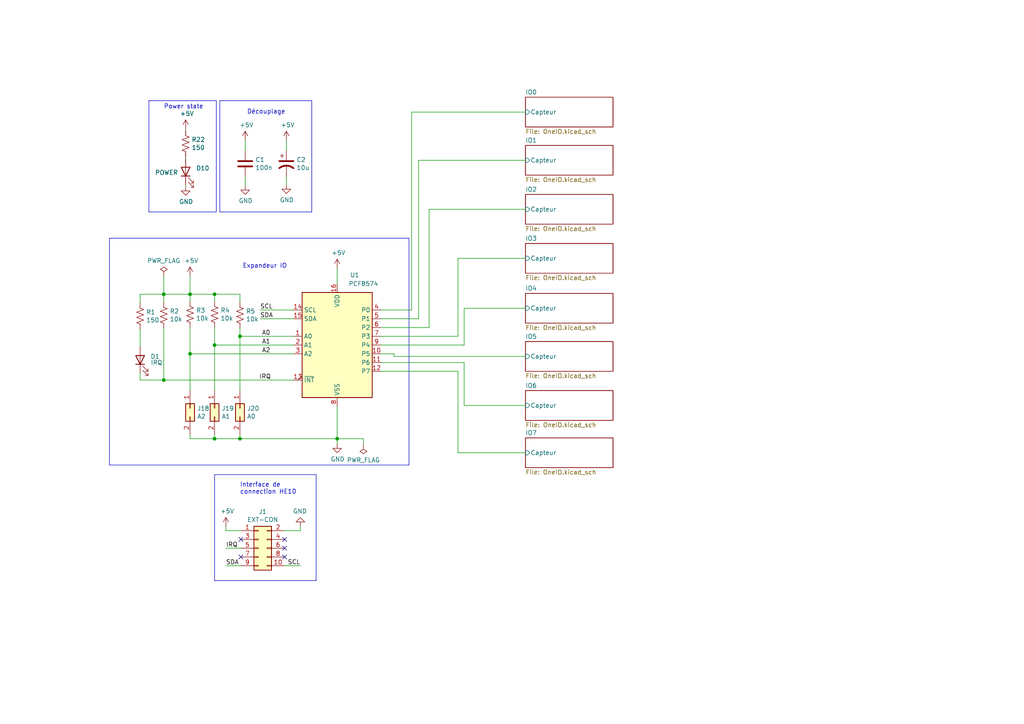
<source format=kicad_sch>
(kicad_sch (version 20230121) (generator eeschema)
  (paper "A4")
  (title_block (title "Carte capteurs numerique en I2C") (date "2020-11-16") (rev "2.0") (company "ARIG") (comment 1 "Autheur : Gregory DEPUILLE"))
  (lib_symbols
    (symbol "CapteursNumerique-rescue:CP1-Device" (pin_numbers hide) (pin_names (offset 0.254) hide)
      (property "Reference" "C" (at 0.635 2.54 0))
      (property "Value" "Device_CP1" (at 0.635 -2.54 0))
      (symbol "CP1-Device_0_1"
        (polyline (pts (xy -2.032 0.762) (xy 2.032 0.762)) (stroke (width 0.508)))
        (polyline (pts (xy -1.778 2.286) (xy -0.762 2.286)))
        (polyline (pts (xy -1.27 1.778) (xy -1.27 2.794)))
        (arc (start 2.032 -1.27) (mid 0 -0.5572) (end -2.032 -1.27) (stroke (width 0.508)))
      )
      (symbol "CP1-Device_1_1"
        (pin passive line (at 0 3.81 270) (length 2.794) (name "~") (number "1"))
        (pin passive line (at 0 -3.81 90) (length 3.302) (name "~") (number "2"))
      )
    )
    (symbol "Connector_Generic:Conn_02x01" (pin_names (offset 1.016) hide)
      (property "Reference" "J" (at 1.27 2.54 0))
      (property "Value" "Conn_02x01" (at 1.27 -2.54 0))
      (symbol "Conn_02x01_1_1"
        (rectangle (start -1.27 0.127) (end 0 -0.127) (stroke (width 0.1524)))
        (rectangle (start -1.27 1.27) (end 3.81 -1.27) (stroke (width 0.254)) (fill (type background)))
        (rectangle (start 3.81 0.127) (end 2.54 -0.127) (stroke (width 0.1524)))
        (pin passive line (at -5.08 0 0) (length 3.81) (name "Pin_1") (number "1"))
        (pin passive line (at 7.62 0 180) (length 3.81) (name "Pin_2") (number "2"))
      )
    )
    (symbol "Connector_Generic:Conn_02x05_Odd_Even" (pin_names (offset 1.016) hide)
      (property "Reference" "J" (at 1.27 7.62 0))
      (property "Value" "Conn_02x05_Odd_Even" (at 1.27 -7.62 0))
      (symbol "Conn_02x05_Odd_Even_1_1"
        (rectangle (start -1.27 -4.953) (end 0 -5.207) (stroke (width 0.1524)))
        (rectangle (start -1.27 -2.413) (end 0 -2.667) (stroke (width 0.1524)))
        (rectangle (start -1.27 0.127) (end 0 -0.127) (stroke (width 0.1524)))
        (rectangle (start -1.27 2.667) (end 0 2.413) (stroke (width 0.1524)))
        (rectangle (start -1.27 5.207) (end 0 4.953) (stroke (width 0.1524)))
        (rectangle (start -1.27 6.35) (end 3.81 -6.35) (stroke (width 0.254)) (fill (type background)))
        (rectangle (start 3.81 -4.953) (end 2.54 -5.207) (stroke (width 0.1524)))
        (rectangle (start 3.81 -2.413) (end 2.54 -2.667) (stroke (width 0.1524)))
        (rectangle (start 3.81 0.127) (end 2.54 -0.127) (stroke (width 0.1524)))
        (rectangle (start 3.81 2.667) (end 2.54 2.413) (stroke (width 0.1524)))
        (rectangle (start 3.81 5.207) (end 2.54 4.953) (stroke (width 0.1524)))
        (pin passive line (at -5.08 5.08 0) (length 3.81) (name "Pin_1") (number "1"))
        (pin passive line (at 7.62 -5.08 180) (length 3.81) (name "Pin_10") (number "10"))
        (pin passive line (at 7.62 5.08 180) (length 3.81) (name "Pin_2") (number "2"))
        (pin passive line (at -5.08 2.54 0) (length 3.81) (name "Pin_3") (number "3"))
        (pin passive line (at 7.62 2.54 180) (length 3.81) (name "Pin_4") (number "4"))
        (pin passive line (at -5.08 0 0) (length 3.81) (name "Pin_5") (number "5"))
        (pin passive line (at 7.62 0 180) (length 3.81) (name "Pin_6") (number "6"))
        (pin passive line (at -5.08 -2.54 0) (length 3.81) (name "Pin_7") (number "7"))
        (pin passive line (at 7.62 -2.54 180) (length 3.81) (name "Pin_8") (number "8"))
        (pin passive line (at -5.08 -5.08 0) (length 3.81) (name "Pin_9") (number "9"))
      )
    )
    (symbol "Device:C" (pin_numbers hide) (pin_names (offset 0.254))
      (property "Reference" "C" (at 0.635 2.54 0))
      (property "Value" "C" (at 0.635 -2.54 0))
      (symbol "C_0_1"
        (polyline (pts (xy -2.032 -0.762) (xy 2.032 -0.762)) (stroke (width 0.508)))
        (polyline (pts (xy -2.032 0.762) (xy 2.032 0.762)) (stroke (width 0.508)))
      )
      (symbol "C_1_1"
        (pin passive line (at 0 3.81 270) (length 2.794) (name "~") (number "1"))
        (pin passive line (at 0 -3.81 90) (length 2.794) (name "~") (number "2"))
      )
    )
    (symbol "Device:LED" (pin_numbers hide) (pin_names (offset 1.016) hide)
      (property "Reference" "D" (at 0 2.54 0))
      (property "Value" "LED" (at 0 -2.54 0))
      (symbol "LED_0_1"
        (polyline (pts (xy -1.27 -1.27) (xy -1.27 1.27)) (stroke (width 0.254)))
        (polyline (pts (xy -1.27 0) (xy 1.27 0)))
        (polyline (pts (xy 1.27 -1.27) (xy 1.27 1.27) (xy -1.27 0) (xy 1.27 -1.27)) (stroke (width 0.254)))
        (polyline (pts (xy -3.048 -0.762) (xy -4.572 -2.286) (xy -3.81 -2.286) (xy -4.572 -2.286) (xy -4.572 -1.524)))
        (polyline (pts (xy -1.778 -0.762) (xy -3.302 -2.286) (xy -2.54 -2.286) (xy -3.302 -2.286) (xy -3.302 -1.524)))
      )
      (symbol "LED_1_1"
        (pin passive line (at -3.81 0 0) (length 2.54) (name "K") (number "1"))
        (pin passive line (at 3.81 0 180) (length 2.54) (name "A") (number "2"))
      )
    )
    (symbol "Device:R_US" (pin_numbers hide) (pin_names (offset 0))
      (property "Reference" "R" (at 2.54 0 90))
      (property "Value" "R_US" (at -2.54 0 90))
      (symbol "R_US_0_1"
        (polyline (pts (xy 0 -2.286) (xy 0 -2.54)))
        (polyline (pts (xy 0 2.286) (xy 0 2.54)))
        (polyline (pts (xy 0 -0.762) (xy 1.016 -1.143) (xy 0 -1.524) (xy -1.016 -1.905) (xy 0 -2.286)))
        (polyline (pts (xy 0 0.762) (xy 1.016 0.381) (xy 0 0) (xy -1.016 -0.381) (xy 0 -0.762)))
        (polyline (pts (xy 0 2.286) (xy 1.016 1.905) (xy 0 1.524) (xy -1.016 1.143) (xy 0 0.762)))
      )
      (symbol "R_US_1_1"
        (pin passive line (at 0 3.81 270) (length 1.27) (name "~") (number "1"))
        (pin passive line (at 0 -3.81 90) (length 1.27) (name "~") (number "2"))
      )
    )
    (symbol "Interface_Expansion:PCF8574"
      (property "Reference" "U" (at -8.89 16.51 0))
      (property "Value" "PCF8574" (at 2.54 16.51 0))
      (symbol "PCF8574_0_1"
        (rectangle (start -10.16 15.24) (end 10.16 -15.24) (stroke (width 0.254)) (fill (type background)))
      )
      (symbol "PCF8574_1_1"
        (pin input line (at -12.7 2.54 0) (length 2.54) (name "A0") (number "1"))
        (pin bidirectional line (at 12.7 -2.54 180) (length 2.54) (name "P5") (number "10"))
        (pin bidirectional line (at 12.7 -5.08 180) (length 2.54) (name "P6") (number "11"))
        (pin bidirectional line (at 12.7 -7.62 180) (length 2.54) (name "P7") (number "12"))
        (pin open_collector output_low (at -12.7 -10.16 0) (length 2.54) (name "~{INT}") (number "13"))
        (pin input line (at -12.7 10.16 0) (length 2.54) (name "SCL") (number "14"))
        (pin bidirectional line (at -12.7 7.62 0) (length 2.54) (name "SDA") (number "15"))
        (pin power_in line (at 0 17.78 270) (length 2.54) (name "VDD") (number "16"))
        (pin input line (at -12.7 0 0) (length 2.54) (name "A1") (number "2"))
        (pin input line (at -12.7 -2.54 0) (length 2.54) (name "A2") (number "3"))
        (pin bidirectional line (at 12.7 10.16 180) (length 2.54) (name "P0") (number "4"))
        (pin bidirectional line (at 12.7 7.62 180) (length 2.54) (name "P1") (number "5"))
        (pin bidirectional line (at 12.7 5.08 180) (length 2.54) (name "P2") (number "6"))
        (pin bidirectional line (at 12.7 2.54 180) (length 2.54) (name "P3") (number "7"))
        (pin power_in line (at 0 -17.78 90) (length 2.54) (name "VSS") (number "8"))
        (pin bidirectional line (at 12.7 0 180) (length 2.54) (name "P4") (number "9"))
      )
    )
    (symbol "power:+5V" (power) (pin_names (offset 0))
      (property "Value" "+5V" (at 0 3.556 0))
      (symbol "+5V_0_1"
        (polyline (pts (xy -0.762 1.27) (xy 0 2.54)))
        (polyline (pts (xy 0 0) (xy 0 2.54)))
        (polyline (pts (xy 0 2.54) (xy 0.762 1.27)))
      )
      (symbol "+5V_1_1"
        (pin power_in line (at 0 0 90) (length 0) hide (name "+5V") (number "1"))
      )
    )
    (symbol "power:GND" (power) (pin_names (offset 0))
      (property "Value" "GND" (at 0 -3.81 0))
      (symbol "GND_0_1"
        (polyline (pts (xy 0 0) (xy 0 -1.27) (xy 1.27 -1.27) (xy 0 -2.54) (xy -1.27 -1.27) (xy 0 -1.27)))
      )
      (symbol "GND_1_1"
        (pin power_in line (at 0 0 270) (length 0) hide (name "GND") (number "1"))
      )
    )
    (symbol "power:PWR_FLAG" (power) (pin_numbers hide) (pin_names (offset 0) hide)
      (property "Value" "PWR_FLAG" (at 0 3.81 0))
      (symbol "PWR_FLAG_0_0"
        (pin power_out line (at 0 0 90) (length 0) (name "pwr") (number "1"))
      )
      (symbol "PWR_FLAG_0_1"
        (polyline (pts (xy 0 0) (xy 0 1.27) (xy -1.016 1.905) (xy 0 2.54) (xy 1.016 1.905) (xy 0 1.27)))
      )
    )
  )
  (junction (at 55.118 102.616))
  (junction (at 69.596 127.254))
  (junction (at 62.23 100.076))
  (junction (at 69.596 97.536))
  (junction (at 47.498 110.236))
  (junction (at 62.23 127.254))
  (junction (at 55.118 85.344))
  (junction (at 62.23 85.344))
  (junction (at 47.498 85.344))
  (junction (at 97.79 127.254))
  (no_connect (at 82.55 156.464))
  (no_connect (at 69.85 156.464))
  (no_connect (at 69.85 161.544))
  (no_connect (at 82.55 161.544))
  (no_connect (at 82.55 159.004))
  (wire (pts (xy 55.118 113.284) (xy 55.118 102.616)))
  (wire (pts (xy 53.848 37.338) (xy 53.848 37.846)))
  (wire (pts (xy 75.438 92.456) (xy 85.09 92.456)))
  (wire (pts (xy 69.596 125.984) (xy 69.596 127.254)))
  (wire (pts (xy 69.596 97.536) (xy 69.596 113.284)))
  (wire (pts (xy 75.438 89.916) (xy 85.09 89.916)))
  (wire (pts (xy 121.412 46.482) (xy 152.4 46.482)))
  (wire (pts (xy 132.842 74.93) (xy 152.4 74.93)))
  (wire (pts (xy 69.596 127.254) (xy 97.79 127.254)))
  (wire (pts (xy 62.23 100.076) (xy 62.23 94.996)))
  (polyline (pts (xy 31.75 134.874) (xy 118.618 134.874)))
  (wire (pts (xy 114.3 102.616) (xy 110.49 102.616)))
  (wire (pts (xy 121.412 92.456) (xy 121.412 46.482)))
  (wire (pts (xy 40.64 87.884) (xy 40.64 85.344)))
  (polyline (pts (xy 118.618 69.088) (xy 31.75 69.088)))
  (wire (pts (xy 55.118 125.984) (xy 55.118 127.254)))
  (polyline (pts (xy 43.18 29.21) (xy 43.18 61.468)))
  (wire (pts (xy 55.118 127.254) (xy 62.23 127.254)))
  (wire (pts (xy 83.058 51.308) (xy 83.058 53.594)))
  (wire (pts (xy 87.122 164.084) (xy 82.55 164.084)))
  (polyline (pts (xy 62.738 29.21) (xy 43.18 29.21)))
  (wire (pts (xy 40.64 108.204) (xy 40.64 110.236)))
  (wire (pts (xy 114.3 103.378) (xy 114.3 102.616)))
  (wire (pts (xy 83.058 40.64) (xy 83.058 43.688)))
  (wire (pts (xy 69.596 85.344) (xy 69.596 87.63)))
  (wire (pts (xy 55.118 85.344) (xy 55.118 87.376)))
  (wire (pts (xy 105.41 129.032) (xy 105.41 127.254)))
  (wire (pts (xy 97.79 77.724) (xy 97.79 82.296)))
  (wire (pts (xy 124.46 60.706) (xy 124.46 94.996)))
  (wire (pts (xy 97.79 127.254) (xy 97.79 117.856)))
  (wire (pts (xy 62.23 85.344) (xy 62.23 87.376)))
  (wire (pts (xy 62.23 85.344) (xy 55.118 85.344)))
  (wire (pts (xy 69.85 153.924) (xy 65.532 153.924)))
  (wire (pts (xy 65.532 153.924) (xy 65.532 152.654)))
  (wire (pts (xy 119.38 89.916) (xy 119.38 32.512)))
  (wire (pts (xy 110.49 97.536) (xy 132.842 97.536)))
  (wire (pts (xy 62.23 125.984) (xy 62.23 127.254)))
  (wire (pts (xy 97.79 128.778) (xy 97.79 127.254)))
  (wire (pts (xy 55.118 102.616) (xy 55.118 94.996)))
  (polyline (pts (xy 91.694 137.668) (xy 62.23 137.668)))
  (wire (pts (xy 71.12 43.688) (xy 71.12 40.64)))
  (wire (pts (xy 82.55 153.924) (xy 87.122 153.924)))
  (wire (pts (xy 69.85 164.084) (xy 65.532 164.084)))
  (polyline (pts (xy 31.75 69.088) (xy 31.75 134.874)))
  (polyline (pts (xy 91.694 168.402) (xy 91.694 137.668)))
  (polyline (pts (xy 90.424 29.21) (xy 63.754 29.21)))
  (polyline (pts (xy 62.23 168.402) (xy 91.694 168.402)))
  (wire (pts (xy 152.4 103.378) (xy 114.3 103.378)))
  (wire (pts (xy 134.62 100.076) (xy 134.62 89.408)))
  (wire (pts (xy 134.62 89.408) (xy 152.4 89.408)))
  (wire (pts (xy 152.4 60.706) (xy 124.46 60.706)))
  (wire (pts (xy 110.49 100.076) (xy 134.62 100.076)))
  (wire (pts (xy 132.842 107.696) (xy 132.842 131.318)))
  (wire (pts (xy 62.23 127.254) (xy 69.596 127.254)))
  (wire (pts (xy 40.64 95.504) (xy 40.64 100.584)))
  (wire (pts (xy 110.49 105.156) (xy 134.62 105.156)))
  (wire (pts (xy 85.09 100.076) (xy 62.23 100.076)))
  (polyline (pts (xy 43.18 61.468) (xy 62.738 61.468)))
  (polyline (pts (xy 118.618 69.088) (xy 118.618 134.874)))
  (wire (pts (xy 47.498 87.63) (xy 47.498 85.344)))
  (polyline (pts (xy 90.424 61.468) (xy 90.424 29.21)))
  (wire (pts (xy 47.498 85.344) (xy 55.118 85.344)))
  (wire (pts (xy 110.49 89.916) (xy 119.38 89.916)))
  (wire (pts (xy 124.46 94.996) (xy 110.49 94.996)))
  (polyline (pts (xy 62.23 137.668) (xy 62.23 168.402)))
  (wire (pts (xy 62.23 100.076) (xy 62.23 113.284)))
  (wire (pts (xy 47.498 80.01) (xy 47.498 85.344)))
  (wire (pts (xy 132.842 97.536) (xy 132.842 74.93)))
  (wire (pts (xy 55.118 80.01) (xy 55.118 85.344)))
  (polyline (pts (xy 63.754 29.21) (xy 63.754 61.468)))
  (wire (pts (xy 110.49 92.456) (xy 121.412 92.456)))
  (wire (pts (xy 71.12 51.308) (xy 71.12 53.848)))
  (wire (pts (xy 69.596 97.536) (xy 69.596 95.25)))
  (wire (pts (xy 69.596 85.344) (xy 62.23 85.344)))
  (wire (pts (xy 40.64 110.236) (xy 47.498 110.236)))
  (wire (pts (xy 105.41 127.254) (xy 97.79 127.254)))
  (polyline (pts (xy 63.754 61.468) (xy 90.424 61.468)))
  (wire (pts (xy 110.49 107.696) (xy 132.842 107.696)))
  (wire (pts (xy 134.62 105.156) (xy 134.62 117.602)))
  (wire (pts (xy 69.85 159.004) (xy 65.532 159.004)))
  (wire (pts (xy 132.842 131.318) (xy 152.4 131.318)))
  (wire (pts (xy 47.498 110.236) (xy 47.498 95.25)))
  (wire (pts (xy 53.848 45.466) (xy 53.848 45.974)))
  (wire (pts (xy 85.09 102.616) (xy 55.118 102.616)))
  (wire (pts (xy 40.64 85.344) (xy 47.498 85.344)))
  (wire (pts (xy 85.09 97.536) (xy 69.596 97.536)))
  (wire (pts (xy 134.62 117.602) (xy 152.4 117.602)))
  (polyline (pts (xy 62.738 61.468) (xy 62.738 29.21)))
  (wire (pts (xy 53.848 53.594) (xy 53.848 54.102)))
  (wire (pts (xy 87.122 153.924) (xy 87.122 152.654)))
  (wire (pts (xy 47.498 110.236) (xy 85.09 110.236)))
  (wire (pts (xy 119.38 32.512) (xy 152.4 32.512)))
  (text "Interface de \nconnection HE10" (at 69.596 143.51 0) (effects (font (size 1.27 1.27)) (justify left bottom)))
  (text "Expandeur IO" (at 70.358 77.978 0) (effects (font (size 1.27 1.27)) (justify left bottom)))
  (text "Power state" (at 47.498 31.75 0) (effects (font (size 1.27 1.27)) (justify left bottom)))
  (text "Découplage" (at 71.628 33.274 0) (effects (font (size 1.27 1.27)) (justify left bottom)))
  (label "IRQ" (at 75.184 110.236 0))
  (label "SDA" (at 65.532 164.084 0))
  (label "A0" (at 75.946 97.536 0))
  (label "SDA" (at 75.438 92.456 0))
  (label "SCL" (at 75.438 89.916 0))
  (label "SCL" (at 87.122 164.084 180))
  (label "IRQ" (at 65.532 159.004 0))
  (label "A2" (at 75.946 102.616 0))
  (label "A1" (at 75.946 100.076 0))
  (symbol (lib_id "Connector_Generic:Conn_02x05_Odd_Even") (at 74.93 159.004 0) (unit 1)
    (property "Reference" "J1" (at 76.2 148.4122 0))
    (property "Value" "EXT-CON" (at 76.2 150.7236 0))
    (property "Footprint" "Connector_IDC:IDC-Header_2x05_P2.54mm_Vertical" (effects hide))
    (property "JLCPCB BOM" "0" (effects hide))
  )
  (symbol (lib_id "Device:R_US") (at 53.848 41.656 0) (unit 1)
    (property "Reference" "R22" (at 55.5752 40.4876 0) (effects (justify left)))
    (property "Value" "150" (at 55.5752 42.799 0) (effects (justify left)))
    (property "Footprint" "Resistor_SMD:R_0805_2012Metric_Pad1.20x1.40mm_HandSolder" (effects hide))
    (property "LCSC Part" "C17471" (effects hide))
  )
  (symbol (lib_id "Device:LED") (at 53.848 49.784 90) (unit 1)
    (property "Reference" "D10" (at 56.8452 48.7934 90) (effects (justify right)))
    (property "Value" "POWER" (at 44.958 50.038 90) (effects (justify right)))
    (property "Footprint" "LED_SMD:LED_0805_2012Metric_Pad1.15x1.40mm_HandSolder" (effects hide))
    (property "LCSC Part" "C63855" (effects hide))
  )
  (symbol (lib_id "power:GND") (at 53.848 54.102 0) (unit 1)
    (property "Reference" "#PWR0104" (effects hide))
    (property "Value" "GND" (at 53.975 58.4962 0))
  )
  (symbol (lib_id "power:+5V") (at 53.848 37.338 0) (unit 1)
    (property "Reference" "#PWR0111" (effects hide))
    (property "Value" "+5V" (at 54.229 32.9438 0))
  )
  (symbol (lib_id "Interface_Expansion:PCF8574") (at 97.79 100.076 0) (unit 1)
    (property "Reference" "U1" (at 102.87 79.756 0))
    (property "Value" "PCF8574" (at 105.41 82.296 0))
    (property "Footprint" "Package_SO:SOIC-16W_7.5x10.3mm_P1.27mm" (effects hide))
    (property "Datasheet" "http://www.nxp.com/documents/data_sheet/PCF8574_PCF8574A.pdf" (effects hide))
    (property "LCSC Part" "C7605" (effects hide))
  )
  (symbol (lib_id "power:GND") (at 97.79 128.778 0) (unit 1)
    (property "Reference" "#PWR0101" (effects hide))
    (property "Value" "GND" (at 97.917 133.1722 0))
  )
  (symbol (lib_id "power:+5V") (at 97.79 77.724 0) (unit 1)
    (property "Reference" "#PWR0102" (effects hide))
    (property "Value" "+5V" (at 98.171 73.3298 0))
  )
  (symbol (lib_id "power:+5V") (at 55.118 80.01 0) (unit 1)
    (property "Reference" "#PWR0103" (effects hide))
    (property "Value" "+5V" (at 55.499 75.6158 0))
  )
  (symbol (lib_id "Device:R_US") (at 69.596 91.44 0) (unit 1)
    (property "Reference" "R5" (at 71.3232 90.2716 0) (effects (justify left)))
    (property "Value" "10k" (at 71.3232 92.583 0) (effects (justify left)))
    (property "Footprint" "Resistor_SMD:R_0805_2012Metric_Pad1.20x1.40mm_HandSolder" (effects hide))
    (property "LCSC Part" "C17414" (effects hide))
  )
  (symbol (lib_id "Device:R_US") (at 62.23 91.186 0) (unit 1)
    (property "Reference" "R4" (at 63.9572 90.0176 0) (effects (justify left)))
    (property "Value" "10k" (at 63.9572 92.329 0) (effects (justify left)))
    (property "Footprint" "Resistor_SMD:R_0805_2012Metric_Pad1.20x1.40mm_HandSolder" (effects hide))
    (property "LCSC Part" "C17414" (effects hide))
  )
  (symbol (lib_id "Device:R_US") (at 55.118 91.186 0) (unit 1)
    (property "Reference" "R3" (at 56.8452 90.0176 0) (effects (justify left)))
    (property "Value" "10k" (at 56.8452 92.329 0) (effects (justify left)))
    (property "Footprint" "Resistor_SMD:R_0805_2012Metric_Pad1.20x1.40mm_HandSolder" (effects hide))
    (property "LCSC Part" "C17414" (effects hide))
  )
  (symbol (lib_id "Device:R_US") (at 47.498 91.44 0) (unit 1)
    (property "Reference" "R2" (at 49.2252 90.2716 0) (effects (justify left)))
    (property "Value" "10k" (at 49.2252 92.583 0) (effects (justify left)))
    (property "Footprint" "Resistor_SMD:R_0805_2012Metric_Pad1.20x1.40mm_HandSolder" (effects hide))
    (property "LCSC Part" "C17414" (effects hide))
  )
  (symbol (lib_id "Device:LED") (at 40.64 104.394 90) (unit 1)
    (property "Reference" "D1" (at 43.6372 103.4034 90) (effects (justify right)))
    (property "Value" "IRQ" (at 43.688 105.156 90) (effects (justify right)))
    (property "Footprint" "LED_SMD:LED_0805_2012Metric_Pad1.15x1.40mm_HandSolder" (effects hide))
    (property "LCSC Part" "C72037" (effects hide))
  )
  (symbol (lib_id "Device:R_US") (at 40.64 91.694 0) (unit 1)
    (property "Reference" "R1" (at 42.3672 90.5256 0) (effects (justify left)))
    (property "Value" "150" (at 42.3672 92.837 0) (effects (justify left)))
    (property "Footprint" "Resistor_SMD:R_0805_2012Metric_Pad1.20x1.40mm_HandSolder" (effects hide))
    (property "LCSC Part" "C17471" (effects hide))
  )
  (symbol (lib_id "Device:C") (at 71.12 47.498 0) (unit 1)
    (property "Reference" "C1" (at 74.041 46.3296 0) (effects (justify left)))
    (property "Value" "100n" (at 74.041 48.641 0) (effects (justify left)))
    (property "Footprint" "Capacitor_SMD:C_0805_2012Metric_Pad1.18x1.45mm_HandSolder" (effects hide))
    (property "LCSC Part" "C28233" (effects hide))
  )
  (symbol (lib_id "power:GND") (at 71.12 53.848 0) (unit 1)
    (property "Reference" "#PWR0105" (effects hide))
    (property "Value" "GND" (at 71.247 58.2422 0))
  )
  (symbol (lib_id "power:+5V") (at 71.12 40.64 0) (unit 1)
    (property "Reference" "#PWR0106" (effects hide))
    (property "Value" "+5V" (at 71.501 36.2458 0))
  )
  (symbol (lib_id "CapteursNumerique-rescue:CP1-Device") (at 83.058 47.498 0) (unit 1)
    (property "Reference" "C2" (at 85.979 46.3296 0) (effects (justify left)))
    (property "Value" "10u" (at 85.979 48.641 0) (effects (justify left)))
    (property "Footprint" "Capacitor_SMD:CP_Elec_4x5.4" (effects hide))
    (property "LCSC Part" "C134721" (effects hide))
  )
  (symbol (lib_id "power:+5V") (at 83.058 40.64 0) (unit 1)
    (property "Reference" "#PWR0107" (effects hide))
    (property "Value" "+5V" (at 83.439 36.2458 0))
  )
  (symbol (lib_id "power:GND") (at 83.058 53.594 0) (unit 1)
    (property "Reference" "#PWR0108" (effects hide))
    (property "Value" "GND" (at 83.185 57.9882 0))
  )
  (symbol (lib_id "power:GND") (at 87.122 152.654 180) (unit 1)
    (property "Reference" "#PWR0109" (effects hide))
    (property "Value" "GND" (at 86.995 148.2598 0))
  )
  (symbol (lib_id "power:+5V") (at 65.532 152.654 0) (unit 1)
    (property "Reference" "#PWR0110" (effects hide))
    (property "Value" "+5V" (at 65.913 148.2598 0))
  )
  (symbol (lib_id "power:PWR_FLAG") (at 47.498 80.01 0) (unit 1)
    (property "Reference" "#FLG0101" (effects hide))
    (property "Value" "PWR_FLAG" (at 47.498 75.6158 0))
  )
  (symbol (lib_id "power:PWR_FLAG") (at 105.41 129.032 180) (unit 1)
    (property "Reference" "#FLG0102" (effects hide))
    (property "Value" "PWR_FLAG" (at 105.41 133.4262 0))
  )
  (symbol (lib_id "Connector_Generic:Conn_02x01") (at 62.23 118.364 270) (unit 1)
    (property "Reference" "J19" (at 64.262 118.4656 90) (effects (justify left)))
    (property "Value" "A1" (at 64.262 120.777 90) (effects (justify left)))
    (property "Footprint" "Jumper:SolderJumper-2_P1.3mm_Open_Pad1.0x1.5mm" (effects hide))
    (property "JLCPCB BOM" "0" (effects hide))
  )
  (symbol (lib_id "Connector_Generic:Conn_02x01") (at 69.596 118.364 270) (unit 1)
    (property "Reference" "J20" (at 71.628 118.4656 90) (effects (justify left)))
    (property "Value" "A0" (at 71.628 120.777 90) (effects (justify left)))
    (property "Footprint" "Jumper:SolderJumper-2_P1.3mm_Open_Pad1.0x1.5mm" (effects hide))
    (property "JLCPCB BOM" "0" (effects hide))
  )
  (symbol (lib_id "Connector_Generic:Conn_02x01") (at 55.118 118.364 270) (unit 1)
    (property "Reference" "J18" (at 57.15 118.4656 90) (effects (justify left)))
    (property "Value" "A2" (at 57.15 120.777 90) (effects (justify left)))
    (property "Footprint" "Jumper:SolderJumper-2_P1.3mm_Open_Pad1.0x1.5mm" (effects hide))
    (property "JLCPCB BOM" "0" (effects hide))
  )
  (sheet (at 152.4 28.194) (size 25.4 8.636)
    (property "Sheetname" "IO0" (at 152.4 27.4824 0) (effects (justify left bottom)))
    (property "Sheetfile" "OneIO.kicad_sch" (at 152.4 37.4146 0) (effects (justify left top)))
    (pin "Capteur" input (at 152.4 32.512 180))
  )
  (sheet (at 152.4 42.164) (size 25.4 8.636)
    (property "Sheetname" "IO1" (at 152.4 41.4524 0) (effects (justify left bottom)))
    (property "Sheetfile" "OneIO.kicad_sch" (at 152.4 51.3846 0) (effects (justify left top)))
    (pin "Capteur" input (at 152.4 46.482 180))
  )
  (sheet (at 152.4 56.388) (size 25.4 8.636)
    (property "Sheetname" "IO2" (at 152.4 55.6764 0) (effects (justify left bottom)))
    (property "Sheetfile" "OneIO.kicad_sch" (at 152.4 65.6086 0) (effects (justify left top)))
    (pin "Capteur" input (at 152.4 60.706 180))
  )
  (sheet (at 152.4 70.612) (size 25.4 8.636)
    (property "Sheetname" "IO3" (at 152.4 69.9004 0) (effects (justify left bottom)))
    (property "Sheetfile" "OneIO.kicad_sch" (at 152.4 79.8326 0) (effects (justify left top)))
    (pin "Capteur" input (at 152.4 74.93 180))
  )
  (sheet (at 152.4 85.09) (size 25.4 8.636)
    (property "Sheetname" "IO4" (at 152.4 84.3784 0) (effects (justify left bottom)))
    (property "Sheetfile" "OneIO.kicad_sch" (at 152.4 94.3106 0) (effects (justify left top)))
    (pin "Capteur" input (at 152.4 89.408 180))
  )
  (sheet (at 152.4 99.06) (size 25.4 8.636)
    (property "Sheetname" "IO5" (at 152.4 98.3484 0) (effects (justify left bottom)))
    (property "Sheetfile" "OneIO.kicad_sch" (at 152.4 108.2806 0) (effects (justify left top)))
    (pin "Capteur" input (at 152.4 103.378 180))
  )
  (sheet (at 152.4 113.284) (size 25.4 8.636)
    (property "Sheetname" "IO6" (at 152.4 112.5724 0) (effects (justify left bottom)))
    (property "Sheetfile" "OneIO.kicad_sch" (at 152.4 122.5046 0) (effects (justify left top)))
    (pin "Capteur" input (at 152.4 117.602 180))
  )
  (sheet (at 152.4 127) (size 25.4 8.636)
    (property "Sheetname" "IO7" (at 152.4 126.2884 0) (effects (justify left bottom)))
    (property "Sheetfile" "OneIO.kicad_sch" (at 152.4 136.2206 0) (effects (justify left top)))
    (pin "Capteur" input (at 152.4 131.318 180))
  )
)
</source>
